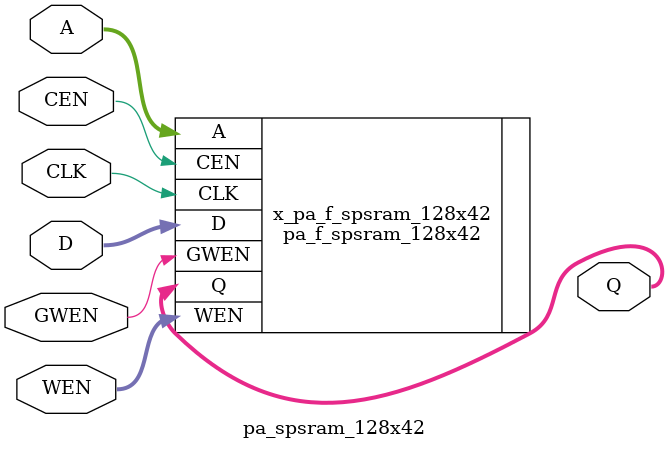
<source format=v>

/*Copyright 2020-2021 T-Head Semiconductor Co., Ltd.

Licensed under the Apache License, Version 2.0 (the "License");
you may not use this file except in compliance with the License.
You may obtain a copy of the License at

    http://www.apache.org/licenses/LICENSE-2.0

Unless required by applicable law or agreed to in writing, software
distributed under the License is distributed on an "AS IS" BASIS,
WITHOUT WARRANTIES OR CONDITIONS OF ANY KIND, either express or implied.
See the License for the specific language governing permissions and
limitations under the License.
*/

// &ModuleBeg; @22
module pa_spsram_128x42(
  A,
  CEN,
  CLK,
  D,
  GWEN,
  Q,
  WEN
);

// &Ports; @23
input   [6 :0]  A;   
input           CEN; 
input           CLK; 
input   [41:0]  D;   
input           GWEN; 
input   [41:0]  WEN; 
output  [41:0]  Q;   

// &Regs; @24

// &Wires; @25
wire    [6 :0]  A;   
wire            CEN; 
wire            CLK; 
wire    [41:0]  D;   
wire            GWEN; 
wire    [41:0]  Q;   
wire    [41:0]  WEN; 


//**********************************************************
//                  Parameter Definition
//**********************************************************
parameter ADDR_WIDTH = 7;
parameter DATA_WIDTH = 42;
parameter WE_WIDTH   = 42;

// &Force("bus","Q",DATA_WIDTH-1,0); @34
// &Force("bus","WEN",WE_WIDTH-1,0); @35
// &Force("bus","A",ADDR_WIDTH-1,0); @36
// &Force("bus","D",DATA_WIDTH-1,0); @37

//  //********************************************************
//  //*                        FPGA memory                   *
//  //********************************************************
//   &Instance("pa_f_spsram_128x42"); @43
pa_f_spsram_128x42  x_pa_f_spsram_128x42 (
  .A    (A   ),
  .CEN  (CEN ),
  .CLK  (CLK ),
  .D    (D   ),
  .GWEN (GWEN),
  .Q    (Q   ),
  .WEN  (WEN )
);

//   &Instance("pa_tsmc_spsram_128x42"); @49

// &ModuleEnd; @65
endmodule



</source>
